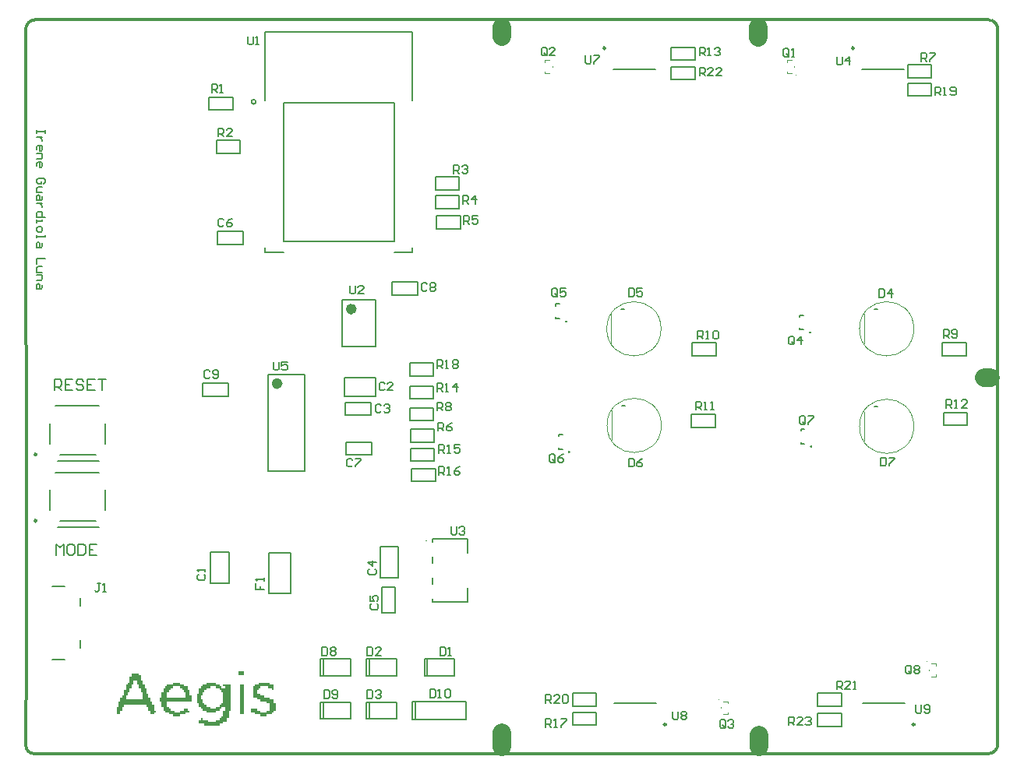
<source format=gto>
G04*
G04 #@! TF.GenerationSoftware,Altium Limited,Altium Designer,19.1.5 (86)*
G04*
G04 Layer_Color=65535*
%FSLAX25Y25*%
%MOIN*%
G70*
G01*
G75*
%ADD10C,0.01181*%
%ADD11C,0.00394*%
%ADD12C,0.00787*%
%ADD13C,0.00500*%
%ADD14C,0.02362*%
%ADD15C,0.00984*%
%ADD16C,0.00591*%
%ADD17C,0.07874*%
%ADD18C,0.00669*%
G36*
X49216Y34409D02*
X50016D01*
Y33609D01*
Y32809D01*
Y32009D01*
X50816D01*
Y31209D01*
Y30409D01*
X51616D01*
Y29609D01*
Y28809D01*
X52416D01*
Y28009D01*
Y27209D01*
Y26409D01*
X53216D01*
Y25609D01*
Y24810D01*
X54016D01*
Y24010D01*
Y23210D01*
X54816D01*
Y22410D01*
Y21610D01*
X55616D01*
Y20809D01*
Y20009D01*
Y19209D01*
X56416D01*
Y18409D01*
X55616D01*
Y17609D01*
X54016D01*
Y18409D01*
Y19209D01*
X53216D01*
Y20009D01*
Y20809D01*
X52416D01*
Y21610D01*
X42816D01*
Y20809D01*
X42016D01*
Y20009D01*
Y19209D01*
X41216D01*
Y18409D01*
Y17609D01*
X39616D01*
Y18409D01*
Y19209D01*
Y20009D01*
Y20809D01*
X40416D01*
Y21610D01*
Y22410D01*
Y23210D01*
X41216D01*
Y24010D01*
Y24810D01*
X42016D01*
Y25609D01*
X42816D01*
Y26409D01*
Y27209D01*
Y28009D01*
X43616D01*
Y28809D01*
Y29609D01*
Y30409D01*
X44416D01*
Y31209D01*
X45216D01*
Y32009D01*
Y32809D01*
Y33609D01*
X46016D01*
Y34409D01*
Y35209D01*
X49216D01*
Y34409D01*
D02*
G37*
G36*
X66816Y30409D02*
X68416D01*
Y29609D01*
X70016D01*
Y28809D01*
Y28009D01*
X70816D01*
Y27209D01*
Y26409D01*
Y25609D01*
X71616D01*
Y24810D01*
Y24010D01*
Y23210D01*
X61216D01*
Y22410D01*
Y21610D01*
Y20809D01*
X62016D01*
Y20009D01*
X62816D01*
Y19209D01*
X64416D01*
Y18409D01*
X66816D01*
Y19209D01*
X68416D01*
Y20009D01*
X70016D01*
Y19209D01*
X70816D01*
Y18409D01*
X69216D01*
Y17609D01*
X66816D01*
Y16809D01*
X63616D01*
Y17609D01*
X62016D01*
Y18409D01*
X60416D01*
Y19209D01*
X59616D01*
Y20009D01*
Y20809D01*
X58816D01*
Y21610D01*
Y22410D01*
Y23210D01*
X58016D01*
Y24010D01*
Y24810D01*
X58816D01*
Y25609D01*
Y26409D01*
Y27209D01*
X59616D01*
Y28009D01*
Y28809D01*
X60416D01*
Y29609D01*
X61216D01*
Y30409D01*
X63616D01*
Y31209D01*
X66816D01*
Y30409D01*
D02*
G37*
G36*
X82016D02*
X83616D01*
Y29609D01*
X84416D01*
Y28809D01*
X86016D01*
Y29609D01*
X85216D01*
Y30409D01*
X88416D01*
Y29609D01*
Y28809D01*
Y28009D01*
Y27209D01*
Y26409D01*
Y25609D01*
Y24810D01*
Y24010D01*
Y23210D01*
Y22410D01*
Y21610D01*
Y20809D01*
Y20009D01*
Y19209D01*
X87616D01*
Y18409D01*
Y17609D01*
Y16809D01*
Y16010D01*
X86816D01*
Y15210D01*
Y14410D01*
X85216D01*
Y13610D01*
X83616D01*
Y12810D01*
X77216D01*
Y13610D01*
X74816D01*
Y14410D01*
Y15210D01*
X75616D01*
Y16010D01*
X76416D01*
Y15210D01*
X78816D01*
Y14410D01*
X82016D01*
Y15210D01*
X83616D01*
Y16010D01*
X84416D01*
Y16809D01*
X85216D01*
Y17609D01*
Y18409D01*
Y19209D01*
X86016D01*
Y20009D01*
Y20809D01*
X84416D01*
Y20009D01*
X83616D01*
Y19209D01*
X82016D01*
Y18409D01*
X78016D01*
Y19209D01*
X76416D01*
Y20009D01*
X75616D01*
Y20809D01*
X74816D01*
Y21610D01*
Y22410D01*
X74016D01*
Y23210D01*
Y24010D01*
Y24810D01*
Y25609D01*
Y26409D01*
X74816D01*
Y27209D01*
Y28009D01*
Y28809D01*
X75616D01*
Y29609D01*
X76416D01*
Y30409D01*
X78016D01*
Y31209D01*
X82016D01*
Y30409D01*
D02*
G37*
G36*
X94016Y29609D02*
Y28809D01*
Y28009D01*
Y27209D01*
Y26409D01*
Y25609D01*
Y24810D01*
Y24010D01*
Y23210D01*
Y22410D01*
Y21610D01*
Y20809D01*
Y20009D01*
Y19209D01*
Y18409D01*
Y17609D01*
X92416D01*
Y18409D01*
Y19209D01*
Y20009D01*
Y20809D01*
Y21610D01*
Y22410D01*
Y23210D01*
Y24010D01*
Y24810D01*
Y25609D01*
Y26409D01*
Y27209D01*
Y28009D01*
Y28809D01*
Y29609D01*
Y30409D01*
X94016D01*
Y29609D01*
D02*
G37*
G36*
X105216Y30409D02*
X106816D01*
Y29609D01*
Y28809D01*
Y28009D01*
X106016D01*
Y28809D01*
X104416D01*
Y29609D01*
X101216D01*
Y28809D01*
X100416D01*
Y28009D01*
X99616D01*
Y27209D01*
Y26409D01*
X101216D01*
Y25609D01*
X102816D01*
Y24810D01*
X105216D01*
Y24010D01*
X106816D01*
Y23210D01*
Y22410D01*
X107616D01*
Y21610D01*
Y20809D01*
Y20009D01*
Y19209D01*
X106816D01*
Y18409D01*
X106016D01*
Y17609D01*
X103616D01*
Y16809D01*
X101216D01*
Y17609D01*
X98816D01*
Y18409D01*
X97216D01*
Y19209D01*
Y20009D01*
X99616D01*
Y19209D01*
X101216D01*
Y18409D01*
X103616D01*
Y19209D01*
X105216D01*
Y20009D01*
Y20809D01*
Y21610D01*
Y22410D01*
X103616D01*
Y23210D01*
X101216D01*
Y24010D01*
X99616D01*
Y24810D01*
X98016D01*
Y25609D01*
Y26409D01*
Y27209D01*
Y28009D01*
Y28809D01*
Y29609D01*
X98816D01*
Y30409D01*
X100416D01*
Y31209D01*
X105216D01*
Y30409D01*
D02*
G37*
G36*
X94016Y35209D02*
Y34409D01*
X91616D01*
Y35209D01*
Y36009D01*
X94016D01*
Y35209D01*
D02*
G37*
%LPC*%
G36*
X48416Y32009D02*
X46816D01*
Y31209D01*
Y30409D01*
X46016D01*
Y29609D01*
Y28809D01*
X45216D01*
Y28009D01*
Y27209D01*
X44416D01*
Y26409D01*
Y25609D01*
X43616D01*
Y24810D01*
Y24010D01*
X50816D01*
Y24810D01*
Y25609D01*
Y26409D01*
Y27209D01*
X50016D01*
Y28009D01*
Y28809D01*
X49216D01*
Y29609D01*
Y30409D01*
X48416D01*
Y31209D01*
Y32009D01*
D02*
G37*
G36*
X66816Y29609D02*
X63616D01*
Y28809D01*
X62816D01*
Y28009D01*
X62016D01*
Y27209D01*
X61216D01*
Y26409D01*
Y25609D01*
Y24810D01*
X69216D01*
Y25609D01*
Y26409D01*
Y27209D01*
X68416D01*
Y28009D01*
X67616D01*
Y28809D01*
X66816D01*
Y29609D01*
D02*
G37*
G36*
X82016D02*
X79616D01*
Y28809D01*
X78016D01*
Y28009D01*
X77216D01*
Y27209D01*
X76416D01*
Y26409D01*
Y25609D01*
X75616D01*
Y24810D01*
Y24010D01*
X76416D01*
Y23210D01*
Y22410D01*
X77216D01*
Y21610D01*
X78016D01*
Y20809D01*
X79616D01*
Y20009D01*
X82016D01*
Y20809D01*
X83616D01*
Y21610D01*
X84416D01*
Y22410D01*
X85216D01*
Y23210D01*
Y24010D01*
Y24810D01*
Y25609D01*
Y26409D01*
Y27209D01*
X84416D01*
Y28009D01*
X83616D01*
Y28809D01*
X82016D01*
Y29609D01*
D02*
G37*
%LPD*%
D10*
X412416Y787D02*
G03*
X416535Y4907I0J4120D01*
G01*
X416535Y310928D02*
G03*
X412503Y314961I-4032J0D01*
G01*
X4820Y314961D02*
G03*
X787Y310928I0J-4032D01*
G01*
X784Y4400D02*
G03*
X4396Y787I3612J0D01*
G01*
X416535Y310928D02*
X416535Y4907D01*
X4820Y314961D02*
X412503Y314961D01*
X787Y310928D02*
X1181Y42618D01*
X780Y4437D02*
X1181Y42618D01*
X4396Y787D02*
X412416D01*
D11*
X330319Y291339D02*
G03*
X330319Y291339I-4J0D01*
G01*
X226776D02*
G03*
X226776Y291339I-4J0D01*
G01*
X297248Y24016D02*
G03*
X297248Y24016I-4J0D01*
G01*
X386224Y40157D02*
G03*
X386224Y40157I-4J0D01*
G01*
X357402Y182677D02*
G03*
X380630Y182677I11614J0D01*
G01*
D02*
G03*
X357402Y182677I-11614J0D01*
G01*
X249291D02*
G03*
X272520Y182677I11614J0D01*
G01*
D02*
G03*
X249291Y182677I-11614J0D01*
G01*
X272638Y141339D02*
G03*
X249410Y141339I-11614J0D01*
G01*
D02*
G03*
X272638Y141339I11614J0D01*
G01*
X380630Y140945D02*
G03*
X357402Y140945I-11614J0D01*
G01*
D02*
G03*
X380630Y140945I11614J0D01*
G01*
X326378Y297638D02*
X326870D01*
X328346D01*
X326378Y296850D02*
Y297638D01*
X329528Y294685D02*
Y295079D01*
X326378Y292126D02*
Y292913D01*
Y292126D02*
X328346D01*
X222835D02*
X224803D01*
X222835Y292126D02*
Y292913D01*
X225984Y294685D02*
Y295079D01*
X222835Y296850D02*
Y297638D01*
X223327D02*
X224803D01*
X222835D02*
X223327D01*
X300689Y17717D02*
X301181D01*
X299213D02*
X300689D01*
X301181D02*
Y18504D01*
X298031Y20276D02*
Y20669D01*
X301181Y22441D02*
Y23228D01*
X299213Y23228D02*
X301181D01*
X388189Y39370D02*
X390158D01*
Y38583D02*
Y39370D01*
X387008Y36417D02*
Y36811D01*
X390158Y33858D02*
Y34646D01*
X388189Y33858D02*
X389665D01*
X390158D01*
X359291Y176378D02*
Y188976D01*
X251181Y176378D02*
Y188976D01*
X251299Y135039D02*
Y147638D01*
X359291Y134646D02*
Y147244D01*
D12*
X172126Y91831D02*
G03*
X172126Y91831I-39J0D01*
G01*
X137795Y128740D02*
Y134252D01*
Y128740D02*
X148819D01*
Y134252D01*
X137795D02*
X148819D01*
X87402Y153937D02*
Y159449D01*
X76378D02*
X87402D01*
X76378Y153937D02*
Y159449D01*
Y153937D02*
X87402D01*
X189804Y86713D02*
Y92618D01*
X174843D02*
X189804D01*
X174843Y91437D02*
Y92618D01*
Y82382D02*
Y85138D01*
Y73327D02*
Y76083D01*
X189804Y65847D02*
Y71752D01*
X174843Y65847D02*
X189804D01*
X174843D02*
Y67225D01*
X157480Y202756D02*
X168504D01*
Y197244D02*
Y202756D01*
X157480Y197244D02*
X168504D01*
X157480D02*
Y202756D01*
X24016Y46161D02*
Y49508D01*
X12205Y41043D02*
X17520D01*
X12205Y72539D02*
X17520D01*
X24016Y64075D02*
Y67421D01*
X82677Y218898D02*
Y224410D01*
Y218898D02*
X93701D01*
Y224410D01*
X82677D02*
X93701D01*
X104331Y121850D02*
X120079D01*
X104331Y163189D02*
X120079D01*
Y121850D02*
Y163189D01*
X104331Y121850D02*
Y163189D01*
X136024Y175000D02*
X150591D01*
X136024Y195079D02*
X150591D01*
Y175000D02*
Y195079D01*
X136024Y175000D02*
Y195079D01*
X15354Y100394D02*
X30709D01*
X34646Y105012D02*
Y113886D01*
X13473Y121260D02*
X32197D01*
X11024Y105118D02*
Y113886D01*
X14567Y97638D02*
X32197D01*
X332283Y138976D02*
Y139764D01*
X333890D01*
X332283Y133465D02*
Y134252D01*
Y133465D02*
X333890D01*
X228740Y136614D02*
Y137402D01*
X230346D01*
X228740Y131102D02*
Y131890D01*
Y131102D02*
X230346D01*
X227559Y192520D02*
Y193307D01*
X229165D01*
X227559Y187008D02*
Y187795D01*
Y187008D02*
X229165D01*
X331890Y187795D02*
Y188583D01*
X333496D01*
X331890Y182283D02*
Y183071D01*
Y182283D02*
X333496D01*
X188976Y15354D02*
Y23228D01*
X166142D02*
X188976D01*
X167323Y15354D02*
Y23228D01*
X166142Y15354D02*
Y23228D01*
Y15354D02*
X188976D01*
X137500Y145669D02*
X148524D01*
X137500D02*
Y151181D01*
X148524D01*
Y145669D02*
Y151181D01*
X153150Y61024D02*
Y72047D01*
X158661D01*
Y61024D02*
Y72047D01*
X153150Y61024D02*
X158661D01*
X79921Y73858D02*
X87795D01*
Y87244D01*
X79921D02*
X87795D01*
X79921Y73858D02*
Y87244D01*
X150394Y153937D02*
Y161811D01*
X137008D02*
X150394D01*
X137008Y153937D02*
Y161811D01*
Y153937D02*
X150394D01*
X152362Y89370D02*
X160236D01*
X152362Y75984D02*
Y89370D01*
Y75984D02*
X160236D01*
Y89370D01*
X114173Y69291D02*
Y86614D01*
X104724Y69291D02*
Y86614D01*
Y69291D02*
X114173D01*
X104724Y86614D02*
X114173D01*
X14567Y125984D02*
X32197D01*
X11024Y133465D02*
Y142232D01*
X13473Y149606D02*
X32197D01*
X34646Y133358D02*
Y142232D01*
X15354Y128740D02*
X30709D01*
X358268Y293701D02*
X376378D01*
X251969D02*
X270079D01*
X252362Y22441D02*
X270472D01*
X358661D02*
X376772D01*
X363622Y191141D02*
X364934D01*
X255512D02*
X256824D01*
X255630Y149803D02*
X256942D01*
X363622Y149409D02*
X364934D01*
X13780Y85827D02*
Y90550D01*
X15354Y88975D01*
X16928Y90550D01*
Y85827D01*
X20864Y90550D02*
X19290D01*
X18502Y89763D01*
Y86614D01*
X19290Y85827D01*
X20864D01*
X21651Y86614D01*
Y89763D01*
X20864Y90550D01*
X23225D02*
Y85827D01*
X25587D01*
X26374Y86614D01*
Y89763D01*
X25587Y90550D01*
X23225D01*
X31097D02*
X27948D01*
Y85827D01*
X31097D01*
X27948Y88188D02*
X29522D01*
X12992Y156299D02*
Y161022D01*
X15354D01*
X16141Y160235D01*
Y158661D01*
X15354Y157873D01*
X12992D01*
X14566D02*
X16141Y156299D01*
X20864Y161022D02*
X17715D01*
Y156299D01*
X20864D01*
X17715Y158661D02*
X19289D01*
X25587Y160235D02*
X24799Y161022D01*
X23225D01*
X22438Y160235D01*
Y159448D01*
X23225Y158661D01*
X24799D01*
X25587Y157873D01*
Y157086D01*
X24799Y156299D01*
X23225D01*
X22438Y157086D01*
X30309Y161022D02*
X27161D01*
Y156299D01*
X30309D01*
X27161Y158661D02*
X28735D01*
X31884Y161022D02*
X35032D01*
X33458D01*
Y156299D01*
D13*
X99213Y279823D02*
G03*
X99213Y279823I-984J0D01*
G01*
X158268Y215354D02*
X166142D01*
Y217323D01*
X103150Y215354D02*
X111024D01*
X103150D02*
Y217323D01*
X166142Y280315D02*
Y309842D01*
X103150D02*
X166142D01*
X103150Y280315D02*
Y309842D01*
X111024Y220236D02*
Y279291D01*
Y220236D02*
X158268D01*
Y279291D01*
X111024D02*
X158268D01*
D14*
X109449Y159252D02*
G03*
X109449Y159252I-1181J0D01*
G01*
X141142Y191142D02*
G03*
X141142Y191142I-1181J0D01*
G01*
D15*
X5413Y100591D02*
G03*
X5413Y100591I-492J0D01*
G01*
X336653Y132283D02*
G03*
X336653Y132283I-39J0D01*
G01*
X233110Y129921D02*
G03*
X233110Y129921I-39J0D01*
G01*
X231929Y185827D02*
G03*
X231929Y185827I-39J0D01*
G01*
X336260Y181102D02*
G03*
X336260Y181102I-39J0D01*
G01*
X5413Y128937D02*
G03*
X5413Y128937I-492J0D01*
G01*
X355020Y302819D02*
G03*
X355020Y302819I-492J0D01*
G01*
X248721D02*
G03*
X248721Y302819I-492J0D01*
G01*
X274705Y13323D02*
G03*
X274705Y13323I-492J0D01*
G01*
X381004D02*
G03*
X381004Y13323I-492J0D01*
G01*
D16*
X392913Y171260D02*
X403150D01*
X392913D02*
Y176772D01*
X403150D01*
Y171260D02*
Y176772D01*
X393307Y141339D02*
X403543D01*
X393307D02*
Y146850D01*
X403543D01*
Y141339D02*
Y146850D01*
X285433Y140551D02*
X295669D01*
X285433D02*
Y146063D01*
X295669D01*
Y140551D02*
Y146063D01*
X285827Y171260D02*
X296063D01*
X285827D02*
Y176772D01*
X296063D01*
Y171260D02*
Y176772D01*
X79134Y276378D02*
X89370D01*
X79134D02*
Y281890D01*
X89370D01*
Y276378D02*
Y281890D01*
X184252Y34252D02*
Y41339D01*
X171260Y34252D02*
Y41339D01*
Y34252D02*
X172441D01*
X171260Y41339D02*
X172441D01*
Y34252D02*
Y41339D01*
Y34252D02*
X184252D01*
X172441Y41339D02*
X184252D01*
X147638Y22835D02*
X159449D01*
X147638Y15748D02*
X159449D01*
X147638D02*
Y22835D01*
X146457D02*
X147638D01*
X146457Y15748D02*
X147638D01*
X146457D02*
Y22835D01*
X159449Y15748D02*
Y22835D01*
Y34252D02*
Y41339D01*
X146457Y34252D02*
Y41339D01*
Y34252D02*
X147638D01*
X146457Y41339D02*
X147638D01*
Y34252D02*
Y41339D01*
Y34252D02*
X159449D01*
X147638Y41339D02*
X159449D01*
X139764Y34252D02*
Y41339D01*
X126772Y34252D02*
Y41339D01*
Y34252D02*
X127953D01*
X126772Y41339D02*
X127953D01*
Y34252D02*
Y41339D01*
Y34252D02*
X139764D01*
X127953Y41339D02*
X139764D01*
X175984Y247638D02*
X186221D01*
Y242126D02*
Y247638D01*
X175984Y242126D02*
X186221D01*
X175984D02*
Y247638D01*
X164961Y152756D02*
X175197D01*
X164961D02*
Y158268D01*
X175197D01*
Y152756D02*
Y158268D01*
X164961Y162598D02*
X175197D01*
X164961D02*
Y168110D01*
X175197D01*
Y162598D02*
Y168110D01*
X127953Y22835D02*
X139764D01*
X127953Y15748D02*
X139764D01*
X127953D02*
Y22835D01*
X126772D02*
X127953D01*
X126772Y15748D02*
X127953D01*
X126772D02*
Y22835D01*
X139764Y15748D02*
Y22835D01*
X92520Y257874D02*
Y263386D01*
X82284D02*
X92520D01*
X82284Y257874D02*
Y263386D01*
Y257874D02*
X92520D01*
X175984Y234252D02*
Y239764D01*
Y234252D02*
X186221D01*
Y239764D01*
X175984D02*
X186221D01*
X186614Y225590D02*
Y231102D01*
X176378D02*
X186614D01*
X176378Y225590D02*
Y231102D01*
Y225590D02*
X186614D01*
X175591Y134252D02*
Y139764D01*
X165354D02*
X175591D01*
X165354Y134252D02*
Y139764D01*
Y134252D02*
X175591D01*
X388189Y290158D02*
Y295669D01*
X377953D02*
X388189D01*
X377953Y290158D02*
Y295669D01*
Y290158D02*
X388189D01*
X175197Y143307D02*
Y148819D01*
X164961D02*
X175197D01*
X164961Y143307D02*
Y148819D01*
Y143307D02*
X175197D01*
X287008Y297638D02*
Y303150D01*
X276772D02*
X287008D01*
X276772Y297638D02*
Y303150D01*
Y297638D02*
X287008D01*
X175591Y125984D02*
Y131496D01*
X165354D02*
X175591D01*
X165354Y125984D02*
Y131496D01*
Y125984D02*
X175591D01*
X165748Y117323D02*
Y122835D01*
Y117323D02*
X175984D01*
Y122835D01*
X165748D02*
X175984D01*
X234646Y12992D02*
Y18504D01*
Y12992D02*
X244882D01*
Y18504D01*
X234646D02*
X244882D01*
X339370Y12598D02*
Y18110D01*
Y12598D02*
X349606D01*
Y18110D01*
X339370D02*
X349606D01*
X377953Y282283D02*
Y287795D01*
Y282283D02*
X388189D01*
Y287795D01*
X377953D02*
X388189D01*
X244882Y21260D02*
Y26772D01*
X234646D02*
X244882D01*
X234646Y21260D02*
Y26772D01*
Y21260D02*
X244882D01*
X349606D02*
Y26772D01*
X339370D02*
X349606D01*
X339370Y21260D02*
Y26772D01*
Y21260D02*
X349606D01*
X276772Y289370D02*
Y294882D01*
Y289370D02*
X287008D01*
Y294882D01*
X276772D02*
X287008D01*
D17*
X314173Y307480D02*
Y311811D01*
X314567Y3937D02*
Y8661D01*
X204331Y307874D02*
Y311811D01*
X204331Y3937D02*
Y9843D01*
X410630Y161811D02*
X413386D01*
D18*
X9054Y267717D02*
Y266536D01*
Y267126D01*
X5512D01*
Y267717D01*
Y266536D01*
X7873Y264765D02*
X5512D01*
X6692D01*
X7283Y264174D01*
X7873Y263584D01*
Y262994D01*
X5512Y259452D02*
Y260632D01*
X6102Y261223D01*
X7283D01*
X7873Y260632D01*
Y259452D01*
X7283Y258861D01*
X6692D01*
Y261223D01*
X5512Y257680D02*
X7873D01*
Y255909D01*
X7283Y255319D01*
X5512D01*
Y252367D02*
Y253548D01*
X6102Y254138D01*
X7283D01*
X7873Y253548D01*
Y252367D01*
X7283Y251777D01*
X6692D01*
Y254138D01*
X8464Y244692D02*
X9054Y245283D01*
Y246464D01*
X8464Y247054D01*
X6102D01*
X5512Y246464D01*
Y245283D01*
X6102Y244692D01*
X7283D01*
Y245873D01*
X7873Y243512D02*
X6102D01*
X5512Y242921D01*
Y241150D01*
X7873D01*
Y239379D02*
Y238198D01*
X7283Y237608D01*
X5512D01*
Y239379D01*
X6102Y239970D01*
X6692Y239379D01*
Y237608D01*
X7873Y236427D02*
X5512D01*
X6692D01*
X7283Y235837D01*
X7873Y235247D01*
Y234656D01*
X9054Y230524D02*
X5512D01*
Y232295D01*
X6102Y232885D01*
X7283D01*
X7873Y232295D01*
Y230524D01*
X5512Y229343D02*
Y228162D01*
Y228753D01*
X7873D01*
Y229343D01*
X5512Y225801D02*
Y224620D01*
X6102Y224030D01*
X7283D01*
X7873Y224620D01*
Y225801D01*
X7283Y226391D01*
X6102D01*
X5512Y225801D01*
Y222849D02*
Y221669D01*
Y222259D01*
X9054D01*
Y222849D01*
X7873Y219307D02*
Y218126D01*
X7283Y217536D01*
X5512D01*
Y219307D01*
X6102Y219897D01*
X6692Y219307D01*
Y217536D01*
X9054Y212813D02*
X5512D01*
Y210452D01*
X7873Y209271D02*
X6102D01*
X5512Y208681D01*
Y206909D01*
X7873D01*
X5512Y205729D02*
X7873D01*
Y203958D01*
X7283Y203367D01*
X5512D01*
X7873Y201596D02*
Y200415D01*
X7283Y199825D01*
X5512D01*
Y201596D01*
X6102Y202187D01*
X6692Y201596D01*
Y199825D01*
X172440Y201771D02*
X171850Y202361D01*
X170669D01*
X170079Y201771D01*
Y199409D01*
X170669Y198819D01*
X171850D01*
X172440Y199409D01*
X173621Y201771D02*
X174211Y202361D01*
X175392D01*
X175982Y201771D01*
Y201180D01*
X175392Y200590D01*
X175982Y200000D01*
Y199409D01*
X175392Y198819D01*
X174211D01*
X173621Y199409D01*
Y200000D01*
X174211Y200590D01*
X173621Y201180D01*
Y201771D01*
X174211Y200590D02*
X175392D01*
X176772Y155905D02*
Y159448D01*
X178543D01*
X179133Y158857D01*
Y157677D01*
X178543Y157086D01*
X176772D01*
X177952D02*
X179133Y155905D01*
X180314D02*
X181494D01*
X180904D01*
Y159448D01*
X180314Y158857D01*
X185037Y155905D02*
Y159448D01*
X183266Y157677D01*
X185627D01*
X176772Y165748D02*
Y169290D01*
X178543D01*
X179133Y168700D01*
Y167519D01*
X178543Y166929D01*
X176772D01*
X177952D02*
X179133Y165748D01*
X180314D02*
X181494D01*
X180904D01*
Y169290D01*
X180314Y168700D01*
X183266D02*
X183856Y169290D01*
X185037D01*
X185627Y168700D01*
Y168110D01*
X185037Y167519D01*
X185627Y166929D01*
Y166338D01*
X185037Y165748D01*
X183856D01*
X183266Y166338D01*
Y166929D01*
X183856Y167519D01*
X183266Y168110D01*
Y168700D01*
X183856Y167519D02*
X185037D01*
X106693Y168503D02*
Y165551D01*
X107283Y164961D01*
X108464D01*
X109054Y165551D01*
Y168503D01*
X112596D02*
X110235D01*
Y166732D01*
X111416Y167322D01*
X112006D01*
X112596Y166732D01*
Y165551D01*
X112006Y164961D01*
X110825D01*
X110235Y165551D01*
X288976Y290945D02*
Y294487D01*
X290747D01*
X291338Y293897D01*
Y292716D01*
X290747Y292126D01*
X288976D01*
X290157D02*
X291338Y290945D01*
X294880D02*
X292518D01*
X294880Y293306D01*
Y293897D01*
X294290Y294487D01*
X293109D01*
X292518Y293897D01*
X298422Y290945D02*
X296061D01*
X298422Y293306D01*
Y293897D01*
X297832Y294487D01*
X296651D01*
X296061Y293897D01*
X347638Y28346D02*
Y31889D01*
X349409D01*
X349999Y31298D01*
Y30117D01*
X349409Y29527D01*
X347638D01*
X348818D02*
X349999Y28346D01*
X353541D02*
X351180D01*
X353541Y30708D01*
Y31298D01*
X352951Y31889D01*
X351770D01*
X351180Y31298D01*
X354722Y28346D02*
X355903D01*
X355312D01*
Y31889D01*
X354722Y31298D01*
X223228Y22441D02*
Y25983D01*
X224999D01*
X225590Y25393D01*
Y24212D01*
X224999Y23622D01*
X223228D01*
X224409D02*
X225590Y22441D01*
X229132D02*
X226770D01*
X229132Y24802D01*
Y25393D01*
X228542Y25983D01*
X227361D01*
X226770Y25393D01*
X230313D02*
X230903Y25983D01*
X232084D01*
X232674Y25393D01*
Y23031D01*
X232084Y22441D01*
X230903D01*
X230313Y23031D01*
Y25393D01*
X389764Y282677D02*
Y286219D01*
X391535D01*
X392125Y285629D01*
Y284448D01*
X391535Y283858D01*
X389764D01*
X390945D02*
X392125Y282677D01*
X393306D02*
X394487D01*
X393896D01*
Y286219D01*
X393306Y285629D01*
X396258Y283267D02*
X396848Y282677D01*
X398029D01*
X398619Y283267D01*
Y285629D01*
X398029Y286219D01*
X396848D01*
X396258Y285629D01*
Y285039D01*
X396848Y284448D01*
X398619D01*
X381496Y21652D02*
Y18701D01*
X382086Y18110D01*
X383267D01*
X383857Y18701D01*
Y21652D01*
X385038Y18701D02*
X385629Y18110D01*
X386809D01*
X387400Y18701D01*
Y21062D01*
X386809Y21652D01*
X385629D01*
X385038Y21062D01*
Y20472D01*
X385629Y19881D01*
X387400D01*
X277559Y18896D02*
Y15945D01*
X278149Y15354D01*
X279330D01*
X279921Y15945D01*
Y18896D01*
X281101Y18306D02*
X281692Y18896D01*
X282872D01*
X283463Y18306D01*
Y17716D01*
X282872Y17125D01*
X283463Y16535D01*
Y15945D01*
X282872Y15354D01*
X281692D01*
X281101Y15945D01*
Y16535D01*
X281692Y17125D01*
X281101Y17716D01*
Y18306D01*
X281692Y17125D02*
X282872D01*
X240158Y299605D02*
Y296653D01*
X240748Y296063D01*
X241929D01*
X242519Y296653D01*
Y299605D01*
X243700D02*
X246061D01*
Y299015D01*
X243700Y296653D01*
Y296063D01*
X347638Y299212D02*
Y296260D01*
X348228Y295669D01*
X349409D01*
X349999Y296260D01*
Y299212D01*
X352951Y295669D02*
Y299212D01*
X351180Y297440D01*
X353541D01*
X182677Y98030D02*
Y95078D01*
X183267Y94488D01*
X184448D01*
X185039Y95078D01*
Y98030D01*
X186219Y97440D02*
X186810Y98030D01*
X187990D01*
X188581Y97440D01*
Y96850D01*
X187990Y96259D01*
X187400D01*
X187990D01*
X188581Y95669D01*
Y95078D01*
X187990Y94488D01*
X186810D01*
X186219Y95078D01*
X139370Y201180D02*
Y198228D01*
X139960Y197638D01*
X141141D01*
X141732Y198228D01*
Y201180D01*
X145274Y197638D02*
X142912D01*
X145274Y199999D01*
Y200590D01*
X144683Y201180D01*
X143503D01*
X142912Y200590D01*
X95669Y307873D02*
Y304921D01*
X96260Y304331D01*
X97440D01*
X98031Y304921D01*
Y307873D01*
X99212Y304331D02*
X100392D01*
X99802D01*
Y307873D01*
X99212Y307282D01*
X327165Y12992D02*
Y16534D01*
X328936D01*
X329527Y15944D01*
Y14763D01*
X328936Y14173D01*
X327165D01*
X328346D02*
X329527Y12992D01*
X333069D02*
X330708D01*
X333069Y15354D01*
Y15944D01*
X332479Y16534D01*
X331298D01*
X330708Y15944D01*
X334250D02*
X334840Y16534D01*
X336021D01*
X336611Y15944D01*
Y15354D01*
X336021Y14763D01*
X335430D01*
X336021D01*
X336611Y14173D01*
Y13582D01*
X336021Y12992D01*
X334840D01*
X334250Y13582D01*
X223228Y12205D02*
Y15747D01*
X224999D01*
X225590Y15157D01*
Y13976D01*
X224999Y13385D01*
X223228D01*
X224409D02*
X225590Y12205D01*
X226770D02*
X227951D01*
X227361D01*
Y15747D01*
X226770Y15157D01*
X229722Y15747D02*
X232084D01*
Y15157D01*
X229722Y12795D01*
Y12205D01*
X177559Y120079D02*
Y123621D01*
X179330D01*
X179920Y123030D01*
Y121850D01*
X179330Y121259D01*
X177559D01*
X178740D02*
X179920Y120079D01*
X181101D02*
X182282D01*
X181692D01*
Y123621D01*
X181101Y123030D01*
X186415Y123621D02*
X185234Y123030D01*
X184053Y121850D01*
Y120669D01*
X184643Y120079D01*
X185824D01*
X186415Y120669D01*
Y121259D01*
X185824Y121850D01*
X184053D01*
X177559Y129528D02*
Y133070D01*
X179330D01*
X179920Y132479D01*
Y131299D01*
X179330Y130708D01*
X177559D01*
X178740D02*
X179920Y129528D01*
X181101D02*
X182282D01*
X181692D01*
Y133070D01*
X181101Y132479D01*
X186415Y133070D02*
X184053D01*
Y131299D01*
X185234Y131889D01*
X185824D01*
X186415Y131299D01*
Y130118D01*
X185824Y129528D01*
X184643D01*
X184053Y130118D01*
X288976Y299606D02*
Y303149D01*
X290747D01*
X291338Y302558D01*
Y301377D01*
X290747Y300787D01*
X288976D01*
X290157D02*
X291338Y299606D01*
X292518D02*
X293699D01*
X293109D01*
Y303149D01*
X292518Y302558D01*
X295470D02*
X296061Y303149D01*
X297241D01*
X297832Y302558D01*
Y301968D01*
X297241Y301377D01*
X296651D01*
X297241D01*
X297832Y300787D01*
Y300197D01*
X297241Y299606D01*
X296061D01*
X295470Y300197D01*
X394488Y148819D02*
Y152361D01*
X396259D01*
X396850Y151771D01*
Y150590D01*
X396259Y150000D01*
X394488D01*
X395669D02*
X396850Y148819D01*
X398030D02*
X399211D01*
X398621D01*
Y152361D01*
X398030Y151771D01*
X403344Y148819D02*
X400982D01*
X403344Y151180D01*
Y151771D01*
X402753Y152361D01*
X401573D01*
X400982Y151771D01*
X287402Y148031D02*
Y151574D01*
X289173D01*
X289763Y150983D01*
Y149803D01*
X289173Y149212D01*
X287402D01*
X288582D02*
X289763Y148031D01*
X290944D02*
X292125D01*
X291534D01*
Y151574D01*
X290944Y150983D01*
X293896Y148031D02*
X295076D01*
X294486D01*
Y151574D01*
X293896Y150983D01*
X288189Y178347D02*
Y181889D01*
X289960D01*
X290550Y181298D01*
Y180117D01*
X289960Y179527D01*
X288189D01*
X289370D02*
X290550Y178347D01*
X291731D02*
X292912D01*
X292321D01*
Y181889D01*
X291731Y181298D01*
X294683D02*
X295273Y181889D01*
X296454D01*
X297044Y181298D01*
Y178937D01*
X296454Y178347D01*
X295273D01*
X294683Y178937D01*
Y181298D01*
X393307Y178740D02*
Y182282D01*
X395078D01*
X395669Y181692D01*
Y180511D01*
X395078Y179921D01*
X393307D01*
X394488D02*
X395669Y178740D01*
X396849Y179331D02*
X397440Y178740D01*
X398620D01*
X399211Y179331D01*
Y181692D01*
X398620Y182282D01*
X397440D01*
X396849Y181692D01*
Y181102D01*
X397440Y180511D01*
X399211D01*
X176772Y147638D02*
Y151180D01*
X178543D01*
X179133Y150590D01*
Y149409D01*
X178543Y148819D01*
X176772D01*
X177952D02*
X179133Y147638D01*
X180314Y150590D02*
X180904Y151180D01*
X182085D01*
X182675Y150590D01*
Y149999D01*
X182085Y149409D01*
X182675Y148819D01*
Y148228D01*
X182085Y147638D01*
X180904D01*
X180314Y148228D01*
Y148819D01*
X180904Y149409D01*
X180314Y149999D01*
Y150590D01*
X180904Y149409D02*
X182085D01*
X383858Y297244D02*
Y300786D01*
X385629D01*
X386220Y300196D01*
Y299015D01*
X385629Y298425D01*
X383858D01*
X385039D02*
X386220Y297244D01*
X387400Y300786D02*
X389762D01*
Y300196D01*
X387400Y297834D01*
Y297244D01*
X177165Y138976D02*
Y142518D01*
X178936D01*
X179527Y141928D01*
Y140747D01*
X178936Y140157D01*
X177165D01*
X178346D02*
X179527Y138976D01*
X183069Y142518D02*
X181888Y141928D01*
X180708Y140747D01*
Y139567D01*
X181298Y138976D01*
X182479D01*
X183069Y139567D01*
Y140157D01*
X182479Y140747D01*
X180708D01*
X188189Y227559D02*
Y231101D01*
X189960D01*
X190550Y230511D01*
Y229330D01*
X189960Y228740D01*
X188189D01*
X189370D02*
X190550Y227559D01*
X194093Y231101D02*
X191731D01*
Y229330D01*
X192912Y229921D01*
X193502D01*
X194093Y229330D01*
Y228149D01*
X193502Y227559D01*
X192322D01*
X191731Y228149D01*
X187795Y236221D02*
Y239763D01*
X189566D01*
X190157Y239172D01*
Y237992D01*
X189566Y237401D01*
X187795D01*
X188976D02*
X190157Y236221D01*
X193108D02*
Y239763D01*
X191337Y237992D01*
X193699D01*
X183858Y249213D02*
Y252755D01*
X185629D01*
X186220Y252164D01*
Y250984D01*
X185629Y250393D01*
X183858D01*
X185039D02*
X186220Y249213D01*
X187400Y252164D02*
X187991Y252755D01*
X189172D01*
X189762Y252164D01*
Y251574D01*
X189172Y250984D01*
X188581D01*
X189172D01*
X189762Y250393D01*
Y249803D01*
X189172Y249213D01*
X187991D01*
X187400Y249803D01*
X83071Y264961D02*
Y268503D01*
X84842D01*
X85432Y267912D01*
Y266732D01*
X84842Y266141D01*
X83071D01*
X84252D02*
X85432Y264961D01*
X88974D02*
X86613D01*
X88974Y267322D01*
Y267912D01*
X88384Y268503D01*
X87203D01*
X86613Y267912D01*
X80315Y283858D02*
Y287400D01*
X82086D01*
X82676Y286810D01*
Y285629D01*
X82086Y285039D01*
X80315D01*
X81496D02*
X82676Y283858D01*
X83857D02*
X85038D01*
X84447D01*
Y287400D01*
X83857Y286810D01*
X379527Y35630D02*
Y37991D01*
X378936Y38581D01*
X377756D01*
X377165Y37991D01*
Y35630D01*
X377756Y35039D01*
X378936D01*
X378346Y36220D02*
X379527Y35039D01*
X378936D02*
X379527Y35630D01*
X380708Y37991D02*
X381298Y38581D01*
X382479D01*
X383069Y37991D01*
Y37401D01*
X382479Y36810D01*
X383069Y36220D01*
Y35630D01*
X382479Y35039D01*
X381298D01*
X380708Y35630D01*
Y36220D01*
X381298Y36810D01*
X380708Y37401D01*
Y37991D01*
X381298Y36810D02*
X382479D01*
X334251Y142323D02*
Y144684D01*
X333661Y145274D01*
X332480D01*
X331890Y144684D01*
Y142323D01*
X332480Y141732D01*
X333661D01*
X333070Y142913D02*
X334251Y141732D01*
X333661D02*
X334251Y142323D01*
X335432Y145274D02*
X337793D01*
Y144684D01*
X335432Y142323D01*
Y141732D01*
X227165Y126181D02*
Y128542D01*
X226574Y129133D01*
X225394D01*
X224803Y128542D01*
Y126181D01*
X225394Y125591D01*
X226574D01*
X225984Y126771D02*
X227165Y125591D01*
X226574D02*
X227165Y126181D01*
X230707Y129133D02*
X229526Y128542D01*
X228345Y127362D01*
Y126181D01*
X228936Y125591D01*
X230116D01*
X230707Y126181D01*
Y126771D01*
X230116Y127362D01*
X228345D01*
X228150Y197084D02*
Y199445D01*
X227559Y200036D01*
X226378D01*
X225788Y199445D01*
Y197084D01*
X226378Y196494D01*
X227559D01*
X226969Y197674D02*
X228150Y196494D01*
X227559D02*
X228150Y197084D01*
X231692Y200036D02*
X229330D01*
Y198265D01*
X230511Y198855D01*
X231101D01*
X231692Y198265D01*
Y197084D01*
X231101Y196494D01*
X229921D01*
X229330Y197084D01*
X329527Y176575D02*
Y178936D01*
X328936Y179526D01*
X327756D01*
X327165Y178936D01*
Y176575D01*
X327756Y175984D01*
X328936D01*
X328346Y177165D02*
X329527Y175984D01*
X328936D02*
X329527Y176575D01*
X332479Y175984D02*
Y179526D01*
X330708Y177755D01*
X333069D01*
X299999Y12401D02*
Y14763D01*
X299409Y15353D01*
X298228D01*
X297638Y14763D01*
Y12401D01*
X298228Y11811D01*
X299409D01*
X298818Y12992D02*
X299999Y11811D01*
X299409D02*
X299999Y12401D01*
X301180Y14763D02*
X301770Y15353D01*
X302951D01*
X303541Y14763D01*
Y14173D01*
X302951Y13582D01*
X302361D01*
X302951D01*
X303541Y12992D01*
Y12401D01*
X302951Y11811D01*
X301770D01*
X301180Y12401D01*
X223621Y300197D02*
Y302558D01*
X223031Y303149D01*
X221850D01*
X221260Y302558D01*
Y300197D01*
X221850Y299606D01*
X223031D01*
X222441Y300787D02*
X223621Y299606D01*
X223031D02*
X223621Y300197D01*
X227163Y299606D02*
X224802D01*
X227163Y301968D01*
Y302558D01*
X226573Y303149D01*
X225392D01*
X224802Y302558D01*
X327165Y299803D02*
Y302164D01*
X326574Y302755D01*
X325394D01*
X324803Y302164D01*
Y299803D01*
X325394Y299213D01*
X326574D01*
X325984Y300393D02*
X327165Y299213D01*
X326574D02*
X327165Y299803D01*
X328345Y299213D02*
X329526D01*
X328936D01*
Y302755D01*
X328345Y302164D01*
X32676Y73621D02*
X31496D01*
X32086D01*
Y70669D01*
X31496Y70079D01*
X30905D01*
X30315Y70669D01*
X33857Y70079D02*
X35038D01*
X34448D01*
Y73621D01*
X33857Y73031D01*
X99214Y73621D02*
Y71260D01*
X100985D01*
Y72441D01*
Y71260D01*
X102756D01*
Y74802D02*
Y75983D01*
Y75392D01*
X99214D01*
X99804Y74802D01*
X173622Y28345D02*
Y24803D01*
X175393D01*
X175984Y25394D01*
Y27755D01*
X175393Y28345D01*
X173622D01*
X177164Y24803D02*
X178345D01*
X177755D01*
Y28345D01*
X177164Y27755D01*
X180116D02*
X180706Y28345D01*
X181887D01*
X182477Y27755D01*
Y25394D01*
X181887Y24803D01*
X180706D01*
X180116Y25394D01*
Y27755D01*
X128347Y27952D02*
Y24409D01*
X130117D01*
X130708Y25000D01*
Y27361D01*
X130117Y27952D01*
X128347D01*
X131889Y25000D02*
X132479Y24409D01*
X133660D01*
X134250Y25000D01*
Y27361D01*
X133660Y27952D01*
X132479D01*
X131889Y27361D01*
Y26771D01*
X132479Y26180D01*
X134250D01*
X127559Y46455D02*
Y42913D01*
X129330D01*
X129920Y43504D01*
Y45865D01*
X129330Y46455D01*
X127559D01*
X131101Y45865D02*
X131692Y46455D01*
X132872D01*
X133463Y45865D01*
Y45275D01*
X132872Y44684D01*
X133463Y44094D01*
Y43504D01*
X132872Y42913D01*
X131692D01*
X131101Y43504D01*
Y44094D01*
X131692Y44684D01*
X131101Y45275D01*
Y45865D01*
X131692Y44684D02*
X132872D01*
X366535Y127558D02*
Y124016D01*
X368306D01*
X368897Y124606D01*
Y126968D01*
X368306Y127558D01*
X366535D01*
X370078D02*
X372439D01*
Y126968D01*
X370078Y124606D01*
Y124016D01*
X258661Y127164D02*
Y123622D01*
X260433D01*
X261023Y124212D01*
Y126574D01*
X260433Y127164D01*
X258661D01*
X264565D02*
X263384Y126574D01*
X262204Y125393D01*
Y124212D01*
X262794Y123622D01*
X263975D01*
X264565Y124212D01*
Y124803D01*
X263975Y125393D01*
X262204D01*
X258661Y199999D02*
Y196457D01*
X260433D01*
X261023Y197047D01*
Y199408D01*
X260433Y199999D01*
X258661D01*
X264565D02*
X262204D01*
Y198228D01*
X263384Y198818D01*
X263975D01*
X264565Y198228D01*
Y197047D01*
X263975Y196457D01*
X262794D01*
X262204Y197047D01*
X365748Y199605D02*
Y196063D01*
X367519D01*
X368109Y196653D01*
Y199015D01*
X367519Y199605D01*
X365748D01*
X371061Y196063D02*
Y199605D01*
X369290Y197834D01*
X371652D01*
X146850Y27952D02*
Y24409D01*
X148621D01*
X149212Y25000D01*
Y27361D01*
X148621Y27952D01*
X146850D01*
X150393Y27361D02*
X150983Y27952D01*
X152164D01*
X152754Y27361D01*
Y26771D01*
X152164Y26180D01*
X151573D01*
X152164D01*
X152754Y25590D01*
Y25000D01*
X152164Y24409D01*
X150983D01*
X150393Y25000D01*
X146850Y46455D02*
Y42913D01*
X148621D01*
X149212Y43504D01*
Y45865D01*
X148621Y46455D01*
X146850D01*
X152754Y42913D02*
X150393D01*
X152754Y45275D01*
Y45865D01*
X152164Y46455D01*
X150983D01*
X150393Y45865D01*
X177953Y46455D02*
Y42913D01*
X179724D01*
X180314Y43504D01*
Y45865D01*
X179724Y46455D01*
X177953D01*
X181495Y42913D02*
X182676D01*
X182085D01*
Y46455D01*
X181495Y45865D01*
X79527Y164369D02*
X78936Y164960D01*
X77756D01*
X77165Y164369D01*
Y162008D01*
X77756Y161417D01*
X78936D01*
X79527Y162008D01*
X80708D02*
X81298Y161417D01*
X82479D01*
X83069Y162008D01*
Y164369D01*
X82479Y164960D01*
X81298D01*
X80708Y164369D01*
Y163779D01*
X81298Y163188D01*
X83069D01*
X140550Y126574D02*
X139960Y127164D01*
X138779D01*
X138189Y126574D01*
Y124212D01*
X138779Y123622D01*
X139960D01*
X140550Y124212D01*
X141731Y127164D02*
X144093D01*
Y126574D01*
X141731Y124212D01*
Y123622D01*
X85432Y229330D02*
X84842Y229920D01*
X83661D01*
X83071Y229330D01*
Y226968D01*
X83661Y226378D01*
X84842D01*
X85432Y226968D01*
X88974Y229920D02*
X87794Y229330D01*
X86613Y228149D01*
Y226968D01*
X87203Y226378D01*
X88384D01*
X88974Y226968D01*
Y227559D01*
X88384Y228149D01*
X86613D01*
X148623Y64960D02*
X148033Y64369D01*
Y63189D01*
X148623Y62598D01*
X150984D01*
X151575Y63189D01*
Y64369D01*
X150984Y64960D01*
X148033Y68502D02*
Y66141D01*
X149804D01*
X149213Y67321D01*
Y67912D01*
X149804Y68502D01*
X150984D01*
X151575Y67912D01*
Y66731D01*
X150984Y66141D01*
X147836Y79921D02*
X147245Y79330D01*
Y78149D01*
X147836Y77559D01*
X150197D01*
X150787Y78149D01*
Y79330D01*
X150197Y79921D01*
X150787Y82872D02*
X147245D01*
X149016Y81101D01*
Y83463D01*
X152755Y149802D02*
X152165Y150393D01*
X150984D01*
X150394Y149802D01*
Y147441D01*
X150984Y146850D01*
X152165D01*
X152755Y147441D01*
X153936Y149802D02*
X154526Y150393D01*
X155707D01*
X156297Y149802D01*
Y149212D01*
X155707Y148621D01*
X155117D01*
X155707D01*
X156297Y148031D01*
Y147441D01*
X155707Y146850D01*
X154526D01*
X153936Y147441D01*
X154330Y159251D02*
X153740Y159841D01*
X152559D01*
X151969Y159251D01*
Y156890D01*
X152559Y156299D01*
X153740D01*
X154330Y156890D01*
X157872Y156299D02*
X155511D01*
X157872Y158661D01*
Y159251D01*
X157282Y159841D01*
X156101D01*
X155511Y159251D01*
X74607Y77558D02*
X74017Y76968D01*
Y75787D01*
X74607Y75197D01*
X76969D01*
X77559Y75787D01*
Y76968D01*
X76969Y77558D01*
X77559Y78739D02*
Y79920D01*
Y79329D01*
X74017D01*
X74607Y78739D01*
M02*

</source>
